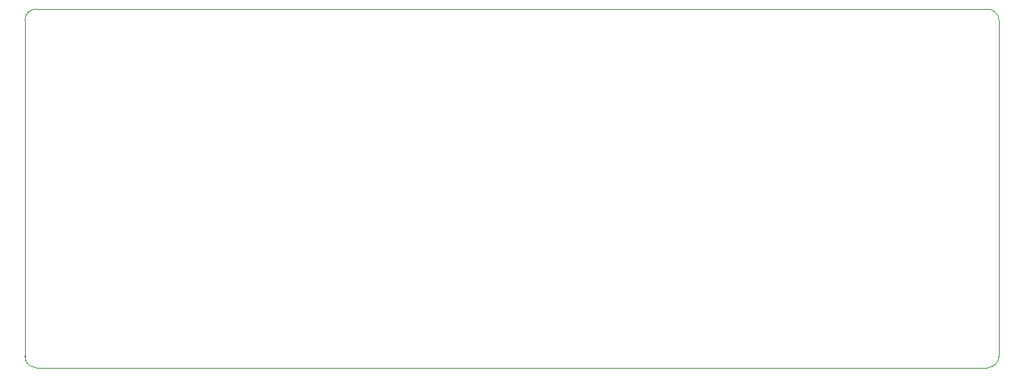
<source format=gbr>
%TF.GenerationSoftware,Altium Limited,Altium Designer,23.9.2 (47)*%
G04 Layer_Color=16711935*
%FSLAX45Y45*%
%MOMM*%
%TF.SameCoordinates,CBF7E160-FA54-4A09-933F-9C1B5268631E*%
%TF.FilePolarity,Positive*%
%TF.FileFunction,Other,Mechanical_1*%
%TF.Part,Single*%
G01*
G75*
%TA.AperFunction,NonConductor*%
%ADD50C,0.10000*%
D50*
X6262001Y5482999D02*
G03*
X6389000Y5356000I126999J0D01*
G01*
X16985001D02*
G03*
X17112000Y5483000I0J127000D01*
G01*
Y9229000D02*
G03*
X16985001Y9356000I-127000J0D01*
G01*
X6392000Y9359000D02*
G03*
X6262000Y9229000I0J-130000D01*
G01*
X17112000Y5483000D02*
Y9229000D01*
X6824000Y9356000D02*
X16991000D01*
X6392000Y9359000D02*
X6824000Y9356000D01*
X6262000Y5482999D02*
X6262000Y9229000D01*
X6389000Y5356000D02*
X16985001D01*
%TF.MD5,84ab94a5a5f3e15f7782d119bf0b269b*%
M02*

</source>
